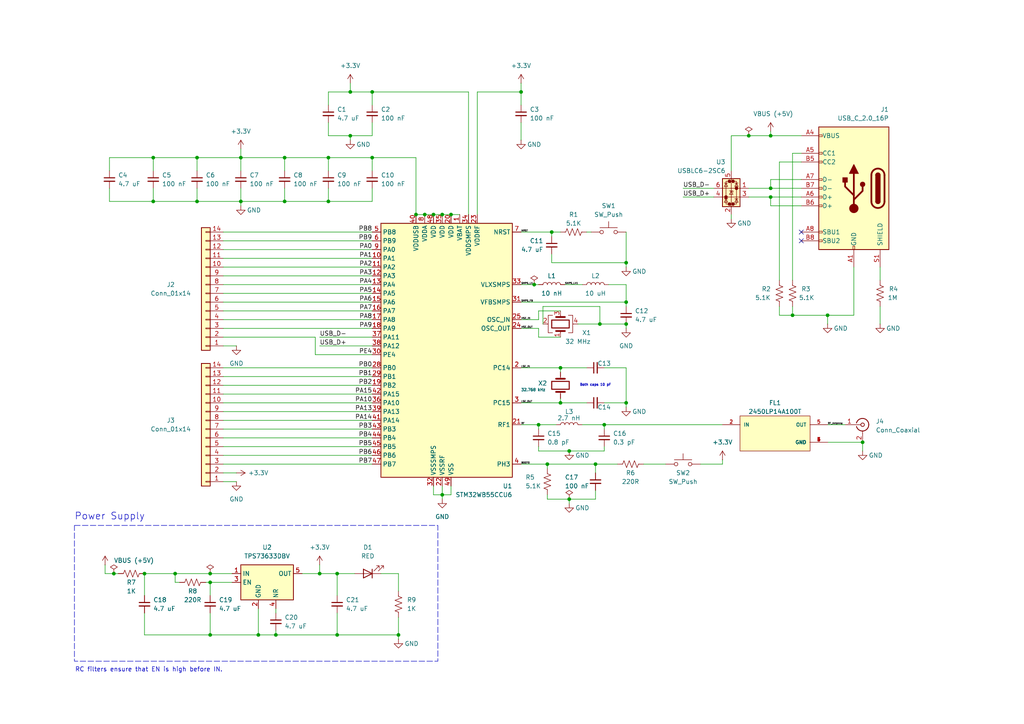
<source format=kicad_sch>
(kicad_sch (version 20231120) (generator "eeschema") (generator_version "8.0")
  (paper "A4")
  (lib_symbols
    (symbol "Connector:Conn_Coaxial" (pin_names (offset 1.016) hide)
      (property "Reference" "J" (at 0.254 3.048 0))
      (property "Value" "Conn_Coaxial" (at 2.921 0 90))
      (symbol "Conn_Coaxial_1_1"
        (pin passive line (at -5.08 0 0) (length 2.54) (name "In") (number "1"))
        (pin passive line (at 0 -5.08 90) (length 2.54) (name "Ext") (number "2"))
      )
    )
    (symbol "Connector:USB_C_Receptacle_USB2.0_16P" (pin_names (offset 1.016))
      (property "Reference" "J" (at 0 22.225 0))
      (property "Value" "USB_C_Receptacle_USB2.0_16P" (at 0 19.685 0))
      (symbol "USB_C_Receptacle_USB2.0_16P_1_1"
        (pin passive line (at 0 -22.86 90) (length 5.08) (name "GND") (number "A1"))
        (pin passive line (at 0 -22.86 90) (length 5.08) hide (name "GND") (number "A12"))
        (pin passive line (at 15.24 15.24 180) (length 5.08) (name "VBUS") (number "A4"))
        (pin bidirectional line (at 15.24 10.16 180) (length 5.08) (name "CC1") (number "A5"))
        (pin bidirectional line (at 15.24 -2.54 180) (length 5.08) (name "D+") (number "A6"))
        (pin bidirectional line (at 15.24 2.54 180) (length 5.08) (name "D-") (number "A7"))
        (pin bidirectional line (at 15.24 -12.7 180) (length 5.08) (name "SBU1") (number "A8"))
        (pin passive line (at 15.24 15.24 180) (length 5.08) hide (name "VBUS") (number "A9"))
        (pin passive line (at 0 -22.86 90) (length 5.08) hide (name "GND") (number "B1"))
        (pin passive line (at 0 -22.86 90) (length 5.08) hide (name "GND") (number "B12"))
        (pin passive line (at 15.24 15.24 180) (length 5.08) hide (name "VBUS") (number "B4"))
        (pin bidirectional line (at 15.24 7.62 180) (length 5.08) (name "CC2") (number "B5"))
        (pin bidirectional line (at 15.24 -5.08 180) (length 5.08) (name "D+") (number "B6"))
        (pin bidirectional line (at 15.24 0 180) (length 5.08) (name "D-") (number "B7"))
        (pin bidirectional line (at 15.24 -15.24 180) (length 5.08) (name "SBU2") (number "B8"))
        (pin passive line (at 15.24 15.24 180) (length 5.08) hide (name "VBUS") (number "B9"))
        (pin passive line (at -7.62 -22.86 90) (length 5.08) (name "SHIELD") (number "S1"))
      )
    )
    (symbol "Connector_Generic:Conn_01x14" (pin_names (offset 1.016) hide)
      (property "Reference" "J" (at 0 17.78 0))
      (property "Value" "Conn_01x14" (at 0 -20.32 0))
      (symbol "Conn_01x14_1_1"
        (pin passive line (at -5.08 15.24 0) (length 3.81) (name "Pin_1") (number "1"))
        (pin passive line (at -5.08 -7.62 0) (length 3.81) (name "Pin_10") (number "10"))
        (pin passive line (at -5.08 -10.16 0) (length 3.81) (name "Pin_11") (number "11"))
        (pin passive line (at -5.08 -12.7 0) (length 3.81) (name "Pin_12") (number "12"))
        (pin passive line (at -5.08 -15.24 0) (length 3.81) (name "Pin_13") (number "13"))
        (pin passive line (at -5.08 -17.78 0) (length 3.81) (name "Pin_14") (number "14"))
        (pin passive line (at -5.08 12.7 0) (length 3.81) (name "Pin_2") (number "2"))
        (pin passive line (at -5.08 10.16 0) (length 3.81) (name "Pin_3") (number "3"))
        (pin passive line (at -5.08 7.62 0) (length 3.81) (name "Pin_4") (number "4"))
        (pin passive line (at -5.08 5.08 0) (length 3.81) (name "Pin_5") (number "5"))
        (pin passive line (at -5.08 2.54 0) (length 3.81) (name "Pin_6") (number "6"))
        (pin passive line (at -5.08 0 0) (length 3.81) (name "Pin_7") (number "7"))
        (pin passive line (at -5.08 -2.54 0) (length 3.81) (name "Pin_8") (number "8"))
        (pin passive line (at -5.08 -5.08 0) (length 3.81) (name "Pin_9") (number "9"))
      )
    )
    (symbol "Device:C_Small" (pin_numbers hide) (pin_names (offset 0.254) hide)
      (property "Reference" "C" (at 0.254 1.778 0))
      (property "Value" "C_Small" (at 0.254 -2.032 0))
      (symbol "C_Small_1_1"
        (pin passive line (at 0 2.54 270) (length 2.032) (name "~") (number "1"))
        (pin passive line (at 0 -2.54 90) (length 2.032) (name "~") (number "2"))
      )
    )
    (symbol "Device:Crystal" (pin_numbers hide) (pin_names (offset 1.016) hide)
      (property "Reference" "Y" (at 0 3.81 0))
      (property "Value" "Crystal" (at 0 -3.81 0))
      (symbol "Crystal_1_1"
        (pin passive line (at -3.81 0 0) (length 1.27) (name "1") (number "1"))
        (pin passive line (at 3.81 0 180) (length 1.27) (name "2") (number "2"))
      )
    )
    (symbol "Device:Crystal_GND24" (pin_names (offset 1.016) hide)
      (property "Reference" "Y" (at 3.175 5.08 0))
      (property "Value" "Crystal_GND24" (at 3.175 3.175 0))
      (symbol "Crystal_GND24_1_1"
        (pin passive line (at -3.81 0 0) (length 1.27) (name "1") (number "1"))
        (pin passive line (at 0 5.08 270) (length 1.27) (name "2") (number "2"))
        (pin passive line (at 3.81 0 180) (length 1.27) (name "3") (number "3"))
        (pin passive line (at 0 -5.08 90) (length 1.27) (name "4") (number "4"))
      )
    )
    (symbol "Device:L" (pin_numbers hide) (pin_names (offset 1.016) hide)
      (property "Reference" "L" (at -1.27 0 90))
      (property "Value" "L" (at 1.905 0 90))
      (symbol "L_1_1"
        (pin passive line (at 0 3.81 270) (length 1.27) (name "1") (number "1"))
        (pin passive line (at 0 -3.81 90) (length 1.27) (name "2") (number "2"))
      )
    )
    (symbol "Device:LED" (pin_numbers hide) (pin_names (offset 1.016) hide)
      (property "Reference" "D" (at 0 2.54 0))
      (property "Value" "LED" (at 0 -2.54 0))
      (symbol "LED_1_1"
        (pin passive line (at -3.81 0 0) (length 2.54) (name "K") (number "1"))
        (pin passive line (at 3.81 0 180) (length 2.54) (name "A") (number "2"))
      )
    )
    (symbol "Device:R_US" (pin_numbers hide) (pin_names (offset 0))
      (property "Reference" "R" (at 2.54 0 90))
      (property "Value" "R_US" (at -2.54 0 90))
      (symbol "R_US_1_1"
        (pin passive line (at 0 3.81 270) (length 1.27) (name "~") (number "1"))
        (pin passive line (at 0 -3.81 90) (length 1.27) (name "~") (number "2"))
      )
    )
    (symbol "MCU_ST_STM32WB:STM32WB55CCUx"
      (property "Reference" "U1" (at -17.78 -38.1 0))
      (property "Value" "STM32WB55CCU6" (at -17.78 -40.64 0))
      (symbol "STM32WB55CCUx_1_1"
        (pin power_in line (at -2.54 40.64 270) (length 2.54) (name "VBAT") (number "1"))
        (pin bidirectional line (at 22.86 27.94 180) (length 2.54) (name "PA1") (number "10"))
        (pin bidirectional line (at 22.86 25.4 180) (length 2.54) (name "PA2") (number "11"))
        (pin bidirectional line (at 22.86 22.86 180) (length 2.54) (name "PA3") (number "12"))
        (pin bidirectional line (at 22.86 20.32 180) (length 2.54) (name "PA4") (number "13"))
        (pin bidirectional line (at 22.86 17.78 180) (length 2.54) (name "PA5") (number "14"))
        (pin bidirectional line (at 22.86 15.24 180) (length 2.54) (name "PA6") (number "15"))
        (pin bidirectional line (at 22.86 12.7 180) (length 2.54) (name "PA7") (number "16"))
        (pin bidirectional line (at 22.86 10.16 180) (length 2.54) (name "PA8") (number "17"))
        (pin bidirectional line (at 22.86 7.62 180) (length 2.54) (name "PA9") (number "18"))
        (pin bidirectional line (at 22.86 -8.89 180) (length 2.54) (name "PB2") (number "19"))
        (pin bidirectional line (at -20.32 -3.81 0) (length 2.54) (name "PC14") (number "2"))
        (pin power_in line (at 0 40.64 270) (length 2.54) (name "VDD") (number "20"))
        (pin bidirectional line (at -20.32 -20.32 0) (length 2.54) (name "RF1") (number "21"))
        (pin power_in line (at 2.54 -38.1 90) (length 2.54) (name "VSSRF") (number "22"))
        (pin power_in line (at -7.62 40.64 270) (length 2.54) (name "VDDRF") (number "23"))
        (pin input line (at -20.32 7.62 0) (length 2.54) (name "OSC_OUT") (number "24"))
        (pin input line (at -20.32 10.16 0) (length 2.54) (name "OSC_IN") (number "25"))
        (pin no_connect line (at -17.78 -35.56 0) (length 2.54) hide (name "AT0") (number "26"))
        (pin no_connect line (at -17.78 -33.02 0) (length 2.54) hide (name "AT1") (number "27"))
        (pin bidirectional line (at 22.86 -3.81 180) (length 2.54) (name "PB0") (number "28"))
        (pin bidirectional line (at 22.86 -6.35 180) (length 2.54) (name "PB1") (number "29"))
        (pin bidirectional line (at -20.32 -13.97 0) (length 2.54) (name "PC15") (number "3"))
        (pin bidirectional line (at 22.86 0 180) (length 2.54) (name "PE4") (number "30"))
        (pin input line (at -20.32 15.24 0) (length 2.54) (name "VFBSMPS") (number "31"))
        (pin power_in line (at 5.08 -38.1 90) (length 2.54) (name "VSSSMPS") (number "32"))
        (pin power_in line (at -20.32 20.32 0) (length 2.54) (name "VLXSMPS") (number "33"))
        (pin power_in line (at -5.08 40.64 270) (length 2.54) (name "VDDSMPS") (number "34"))
        (pin power_in line (at 2.54 40.64 270) (length 2.54) (name "VDD") (number "35"))
        (pin bidirectional line (at 22.86 -13.97 180) (length 2.54) (name "PA10") (number "36"))
        (pin bidirectional line (at 22.86 5.08 180) (length 2.54) (name "PA11") (number "37"))
        (pin bidirectional line (at 22.86 2.54 180) (length 2.54) (name "PA12") (number "38"))
        (pin bidirectional line (at 22.86 -16.51 180) (length 2.54) (name "PA13") (number "39"))
        (pin bidirectional line (at -20.32 -31.75 0) (length 2.54) (name "PH3") (number "4"))
        (pin power_in line (at 10.16 40.64 270) (length 2.54) (name "VDDUSB") (number "40"))
        (pin bidirectional line (at 22.86 -19.05 180) (length 2.54) (name "PA14") (number "41"))
        (pin bidirectional line (at 22.86 -11.43 180) (length 2.54) (name "PA15") (number "42"))
        (pin bidirectional line (at 22.86 -21.59 180) (length 2.54) (name "PB3") (number "43"))
        (pin bidirectional line (at 22.86 -24.13 180) (length 2.54) (name "PB4") (number "44"))
        (pin bidirectional line (at 22.86 -26.67 180) (length 2.54) (name "PB5") (number "45"))
        (pin bidirectional line (at 22.86 -29.21 180) (length 2.54) (name "PB6") (number "46"))
        (pin bidirectional line (at 22.86 -31.75 180) (length 2.54) (name "PB7") (number "47"))
        (pin power_in line (at 5.08 40.64 270) (length 2.54) (name "VDD") (number "48"))
        (pin power_in line (at 0 -38.1 90) (length 2.54) (name "VSS") (number "49"))
        (pin bidirectional line (at 22.86 35.56 180) (length 2.54) (name "PB8") (number "5"))
        (pin bidirectional line (at 22.86 33.02 180) (length 2.54) (name "PB9") (number "6"))
        (pin input line (at -20.32 35.56 0) (length 2.54) (name "NRST") (number "7"))
        (pin power_in line (at 7.62 40.64 270) (length 2.54) (name "VDDA") (number "8"))
        (pin bidirectional line (at 22.86 30.48 180) (length 2.54) (name "PA0") (number "9"))
      )
    )
    (symbol "Power_Protection:USBLC6-2SC6" (pin_names hide)
      (property "Reference" "U" (at 0.635 5.715 0))
      (property "Value" "USBLC6-2SC6" (at 0.635 3.81 0))
      (symbol "USBLC6-2SC6_1_1"
        (pin passive line (at -5.08 0 0) (length 2.54) (name "I/O1") (number "1"))
        (pin passive line (at 0 -7.62 90) (length 2.54) (name "GND") (number "2"))
        (pin passive line (at -5.08 -2.54 0) (length 2.54) (name "I/O2") (number "3"))
        (pin passive line (at 5.08 -2.54 180) (length 2.54) (name "I/O2") (number "4"))
        (pin passive line (at 0 5.08 270) (length 2.54) (name "VBUS") (number "5"))
        (pin passive line (at 5.08 0 180) (length 2.54) (name "I/O1") (number "6"))
      )
    )
    (symbol "Regulator_Linear:TPS73633DBV"
      (property "Reference" "U?" (at 0 10.16 0))
      (property "Value" "TPS73633DBV" (at 0 7.62 0))
      (symbol "TPS73633DBV_1_1"
        (pin power_in line (at -10.16 2.54 0) (length 2.54) (name "IN") (number "1"))
        (pin power_in line (at -2.54 -7.62 90) (length 2.54) (name "GND") (number "2"))
        (pin input line (at -10.16 0 0) (length 2.54) (name "EN") (number "3"))
        (pin passive line (at 2.54 -7.62 90) (length 2.54) (name "NR") (number "4"))
        (pin power_out line (at 10.16 2.54 180) (length 2.54) (name "OUT") (number "5"))
      )
    )
    (symbol "Switch:SW_Push" (pin_numbers hide) (pin_names (offset 1.016) hide)
      (property "Reference" "SW" (at 1.27 2.54 0))
      (property "Value" "SW_Push" (at 0 -1.524 0))
      (symbol "SW_Push_0_1"
        (pin passive line (at -5.08 0 0) (length 2.54) (name "1") (number "1"))
        (pin passive line (at 5.08 0 180) (length 2.54) (name "2") (number "2"))
      )
    )
    (symbol "power:+3.3V" (power) (pin_numbers hide) (pin_names (offset 0) hide)
      (property "Value" "+3.3V" (at 0 3.556 0))
      (symbol "+3.3V_1_1"
        (pin power_in line (at 0 0 90) (length 0) (name "~") (number "1"))
      )
    )
    (symbol "power:GND" (power) (pin_numbers hide) (pin_names (offset 0) hide)
      (property "Value" "GND" (at 0 -3.81 0))
      (symbol "GND_1_1"
        (pin power_in line (at 0 0 270) (length 0) (name "~") (number "1"))
      )
    )
    (symbol "power:PWR_FLAG" (power) (pin_numbers hide) (pin_names (offset 0) hide)
      (property "Value" "PWR_FLAG" (at 0 3.81 0))
      (symbol "PWR_FLAG_0_0"
        (pin power_out line (at 0 0 90) (length 0) (name "~") (number "1"))
      )
    )
    (symbol "power:VBUS" (power) (pin_numbers hide) (pin_names (offset 0) hide)
      (property "Value" "VBUS" (at 0 3.556 0))
      (symbol "VBUS_1_1"
        (pin power_in line (at 0 0 90) (length 0) (name "~") (number "1"))
      )
    )
    (symbol "proj:2450LP14A100T" (pin_names (offset 1.016))
      (property "Reference" "F?" (at 0 -6.35 0))
      (property "Value" "2450LP14A100T" (at 0 -8.89 0))
      (symbol "2450LP14A100T_0_0"
        (pin power_in line (at 15.24 -2.54 180) (length 5.08) (name "GND") (number "1"))
        (pin input line (at -15.24 2.54 0) (length 5.08) (name "IN") (number "2"))
        (pin power_in line (at 15.24 -2.54 180) (length 5.08) (name "GND") (number "3"))
        (pin power_in line (at 15.24 -2.54 180) (length 5.08) (name "GND") (number "4"))
        (pin output line (at 15.24 2.54 180) (length 5.08) (name "OUT") (number "5"))
        (pin power_in line (at 15.24 -2.54 180) (length 5.08) (name "GND") (number "6"))
      )
    )
  )
  (junction (at 181.61 87.63))
  (junction (at 128.27 143.51))
  (junction (at 97.79 166.37))
  (junction (at 120.65 62.23))
  (junction (at 165.1 130.81))
  (junction (at 240.03 91.44))
  (junction (at 60.96 184.15))
  (junction (at 74.93 184.15))
  (junction (at 128.27 62.23))
  (junction (at 154.94 82.55))
  (junction (at 151.13 26.67))
  (junction (at 97.79 184.15))
  (junction (at 130.81 62.23))
  (junction (at 41.91 166.37))
  (junction (at 92.71 166.37))
  (junction (at 158.75 134.62))
  (junction (at 107.95 45.72))
  (junction (at 60.96 168.91))
  (junction (at 57.15 45.72))
  (junction (at 95.25 45.72))
  (junction (at 181.61 76.2))
  (junction (at 60.96 166.37))
  (junction (at 250.19 128.27))
  (junction (at 107.95 26.67))
  (junction (at 115.57 184.15))
  (junction (at 101.6 39.37))
  (junction (at 101.6 26.67))
  (junction (at 172.72 134.62))
  (junction (at 223.52 57.15))
  (junction (at 44.45 45.72))
  (junction (at 175.26 123.19))
  (junction (at 223.52 39.37))
  (junction (at 33.02 166.37))
  (junction (at 125.73 62.23))
  (junction (at 50.8 166.37))
  (junction (at 181.61 116.84))
  (junction (at 82.55 58.42))
  (junction (at 217.17 39.37))
  (junction (at 160.02 67.31))
  (junction (at 44.45 58.42))
  (junction (at 162.56 106.68))
  (junction (at 165.1 144.78))
  (junction (at 82.55 45.72))
  (junction (at 156.21 123.19))
  (junction (at 181.61 93.98))
  (junction (at 95.25 58.42))
  (junction (at 123.19 62.23))
  (junction (at 57.15 58.42))
  (junction (at 80.01 184.15))
  (junction (at 223.52 54.61))
  (junction (at 69.85 58.42))
  (junction (at 69.85 45.72))
  (junction (at 162.56 116.84))
  (junction (at 229.87 91.44))
  (junction (at 173.99 93.98))
  (no_connect (at 232.41 69.85))
  (no_connect (at 232.41 67.31))
  (wire (pts (xy 92.71 166.37) (xy 97.79 166.37)))
  (wire (pts (xy 95.25 35.56) (xy 95.25 39.37)))
  (wire (pts (xy 92.71 166.37) (xy 87.63 166.37)))
  (wire (pts (xy 64.77 119.38) (xy 107.95 119.38)))
  (wire (pts (xy 97.79 166.37) (xy 102.87 166.37)))
  (wire (pts (xy 31.75 45.72) (xy 31.75 49.53)))
  (wire (pts (xy 151.13 26.67) (xy 151.13 30.48)))
  (wire (pts (xy 64.77 74.93) (xy 107.95 74.93)))
  (wire (pts (xy 95.25 45.72) (xy 107.95 45.72)))
  (wire (pts (xy 64.77 116.84) (xy 107.95 116.84)))
  (wire (pts (xy 172.72 144.78) (xy 172.72 142.24)))
  (wire (pts (xy 69.85 58.42) (xy 82.55 58.42)))
  (wire (pts (xy 151.13 116.84) (xy 162.56 116.84)))
  (wire (pts (xy 91.44 102.87) (xy 91.44 97.79)))
  (wire (pts (xy 97.79 172.72) (xy 97.79 166.37)))
  (wire (pts (xy 64.77 114.3) (xy 107.95 114.3)))
  (wire (pts (xy 59.69 168.91) (xy 60.96 168.91)))
  (wire (pts (xy 82.55 45.72) (xy 82.55 49.53)))
  (wire (pts (xy 82.55 58.42) (xy 82.55 54.61)))
  (wire (pts (xy 181.61 93.98) (xy 181.61 95.25)))
  (wire (pts (xy 64.77 85.09) (xy 107.95 85.09)))
  (wire (pts (xy 64.77 129.54) (xy 107.95 129.54)))
  (wire (pts (xy 240.03 91.44) (xy 247.65 91.44)))
  (wire (pts (xy 163.83 82.55) (xy 168.91 82.55)))
  (wire (pts (xy 198.12 54.61) (xy 207.01 54.61)))
  (wire (pts (xy 160.02 67.31) (xy 162.56 67.31)))
  (wire (pts (xy 170.18 106.68) (xy 162.56 106.68)))
  (wire (pts (xy 44.45 45.72) (xy 44.45 49.53)))
  (wire (pts (xy 135.89 26.67) (xy 135.89 62.23)))
  (wire (pts (xy 95.25 58.42) (xy 95.25 54.61)))
  (wire (pts (xy 158.75 134.62) (xy 172.72 134.62)))
  (wire (pts (xy 165.1 130.81) (xy 175.26 130.81)))
  (wire (pts (xy 60.96 168.91) (xy 60.96 172.72)))
  (wire (pts (xy 57.15 45.72) (xy 69.85 45.72)))
  (wire (pts (xy 101.6 39.37) (xy 101.6 40.64)))
  (wire (pts (xy 64.77 137.16) (xy 68.58 137.16)))
  (wire (pts (xy 229.87 91.44) (xy 226.06 91.44)))
  (wire (pts (xy 151.13 92.71) (xy 156.21 92.71)))
  (wire (pts (xy 91.44 97.79) (xy 64.77 97.79)))
  (wire (pts (xy 156.21 123.19) (xy 156.21 124.46)))
  (wire (pts (xy 151.13 106.68) (xy 162.56 106.68)))
  (wire (pts (xy 209.55 133.35) (xy 209.55 134.62)))
  (wire (pts (xy 69.85 45.72) (xy 82.55 45.72)))
  (wire (pts (xy 69.85 58.42) (xy 69.85 59.69)))
  (wire (pts (xy 60.96 168.91) (xy 67.31 168.91)))
  (wire (pts (xy 240.03 128.27) (xy 250.19 128.27)))
  (wire (pts (xy 44.45 58.42) (xy 44.45 54.61)))
  (wire (pts (xy 80.01 176.53) (xy 80.01 177.8)))
  (wire (pts (xy 229.87 44.45) (xy 229.87 81.28)))
  (wire (pts (xy 181.61 76.2) (xy 181.61 67.31)))
  (wire (pts (xy 151.13 35.56) (xy 151.13 40.64)))
  (wire (pts (xy 154.94 82.55) (xy 156.21 82.55)))
  (wire (pts (xy 203.2 134.62) (xy 209.55 134.62)))
  (wire (pts (xy 217.17 39.37) (xy 212.09 39.37)))
  (wire (pts (xy 181.61 82.55) (xy 181.61 87.63)))
  (wire (pts (xy 115.57 179.07) (xy 115.57 184.15)))
  (wire (pts (xy 160.02 67.31) (xy 160.02 68.58)))
  (wire (pts (xy 172.72 134.62) (xy 179.07 134.62)))
  (wire (pts (xy 232.41 59.69) (xy 223.52 59.69)))
  (wire (pts (xy 181.61 116.84) (xy 175.26 116.84)))
  (wire (pts (xy 31.75 58.42) (xy 44.45 58.42)))
  (wire (pts (xy 101.6 24.13) (xy 101.6 26.67)))
  (wire (pts (xy 64.77 111.76) (xy 107.95 111.76)))
  (wire (pts (xy 31.75 45.72) (xy 44.45 45.72)))
  (wire (pts (xy 80.01 184.15) (xy 80.01 182.88)))
  (wire (pts (xy 156.21 90.17) (xy 162.56 90.17)))
  (wire (pts (xy 160.02 76.2) (xy 181.61 76.2)))
  (wire (pts (xy 223.52 57.15) (xy 232.41 57.15)))
  (wire (pts (xy 247.65 77.47) (xy 247.65 91.44)))
  (wire (pts (xy 64.77 109.22) (xy 107.95 109.22)))
  (wire (pts (xy 232.41 52.07) (xy 223.52 52.07)))
  (wire (pts (xy 64.77 87.63) (xy 107.95 87.63)))
  (wire (pts (xy 151.13 82.55) (xy 154.94 82.55)))
  (wire (pts (xy 64.77 124.46) (xy 107.95 124.46)))
  (wire (pts (xy 64.77 67.31) (xy 107.95 67.31)))
  (wire (pts (xy 107.95 35.56) (xy 107.95 39.37)))
  (wire (pts (xy 107.95 30.48) (xy 107.95 26.67)))
  (wire (pts (xy 128.27 62.23) (xy 130.81 62.23)))
  (wire (pts (xy 240.03 91.44) (xy 229.87 91.44)))
  (wire (pts (xy 138.43 26.67) (xy 138.43 62.23)))
  (wire (pts (xy 64.77 90.17) (xy 107.95 90.17)))
  (wire (pts (xy 173.99 88.9) (xy 173.99 93.98)))
  (wire (pts (xy 60.96 184.15) (xy 74.93 184.15)))
  (wire (pts (xy 156.21 95.25) (xy 156.21 97.79)))
  (wire (pts (xy 158.75 143.51) (xy 158.75 144.78)))
  (wire (pts (xy 125.73 140.97) (xy 125.73 143.51)))
  (wire (pts (xy 95.25 58.42) (xy 107.95 58.42)))
  (wire (pts (xy 175.26 129.54) (xy 175.26 130.81)))
  (wire (pts (xy 223.52 38.1) (xy 223.52 39.37)))
  (wire (pts (xy 130.81 140.97) (xy 130.81 143.51)))
  (wire (pts (xy 223.52 52.07) (xy 223.52 54.61)))
  (wire (pts (xy 167.64 93.98) (xy 173.99 93.98)))
  (wire (pts (xy 157.48 93.98) (xy 157.48 88.9)))
  (wire (pts (xy 30.48 166.37) (xy 33.02 166.37)))
  (wire (pts (xy 64.77 69.85) (xy 107.95 69.85)))
  (wire (pts (xy 64.77 121.92) (xy 107.95 121.92)))
  (wire (pts (xy 115.57 166.37) (xy 115.57 171.45)))
  (wire (pts (xy 101.6 26.67) (xy 95.25 26.67)))
  (wire (pts (xy 64.77 127) (xy 107.95 127)))
  (wire (pts (xy 156.21 130.81) (xy 165.1 130.81)))
  (wire (pts (xy 151.13 134.62) (xy 158.75 134.62)))
  (wire (pts (xy 60.96 177.8) (xy 60.96 184.15)))
  (wire (pts (xy 64.77 132.08) (xy 107.95 132.08)))
  (wire (pts (xy 82.55 58.42) (xy 95.25 58.42)))
  (wire (pts (xy 128.27 143.51) (xy 128.27 144.78)))
  (wire (pts (xy 91.44 102.87) (xy 107.95 102.87)))
  (wire (pts (xy 64.77 72.39) (xy 107.95 72.39)))
  (wire (pts (xy 138.43 26.67) (xy 151.13 26.67)))
  (wire (pts (xy 173.99 93.98) (xy 181.61 93.98)))
  (wire (pts (xy 44.45 45.72) (xy 57.15 45.72)))
  (wire (pts (xy 92.71 97.79) (xy 107.95 97.79)))
  (wire (pts (xy 175.26 123.19) (xy 209.55 123.19)))
  (wire (pts (xy 120.65 62.23) (xy 123.19 62.23)))
  (wire (pts (xy 107.95 26.67) (xy 101.6 26.67)))
  (wire (pts (xy 64.77 82.55) (xy 107.95 82.55)))
  (wire (pts (xy 223.52 59.69) (xy 223.52 57.15)))
  (wire (pts (xy 158.75 135.89) (xy 158.75 134.62)))
  (wire (pts (xy 151.13 87.63) (xy 181.61 87.63)))
  (wire (pts (xy 101.6 39.37) (xy 95.25 39.37)))
  (wire (pts (xy 64.77 139.7) (xy 68.58 139.7)))
  (wire (pts (xy 41.91 184.15) (xy 60.96 184.15)))
  (wire (pts (xy 30.48 166.37) (xy 30.48 163.83)))
  (wire (pts (xy 92.71 163.83) (xy 92.71 166.37)))
  (wire (pts (xy 74.93 176.53) (xy 74.93 184.15)))
  (wire (pts (xy 107.95 45.72) (xy 120.65 45.72)))
  (wire (pts (xy 57.15 58.42) (xy 57.15 54.61)))
  (wire (pts (xy 60.96 166.37) (xy 67.31 166.37)))
  (wire (pts (xy 186.69 134.62) (xy 193.04 134.62)))
  (wire (pts (xy 151.13 95.25) (xy 156.21 95.25)))
  (wire (pts (xy 162.56 106.68) (xy 162.56 107.95)))
  (wire (pts (xy 250.19 128.27) (xy 250.19 130.81)))
  (wire (pts (xy 125.73 143.51) (xy 128.27 143.51)))
  (wire (pts (xy 156.21 129.54) (xy 156.21 130.81)))
  (wire (pts (xy 64.77 106.68) (xy 107.95 106.68)))
  (wire (pts (xy 74.93 184.15) (xy 80.01 184.15)))
  (wire (pts (xy 50.8 168.91) (xy 52.07 168.91)))
  (wire (pts (xy 226.06 46.99) (xy 226.06 81.28)))
  (wire (pts (xy 95.25 26.67) (xy 95.25 30.48)))
  (wire (pts (xy 232.41 39.37) (xy 223.52 39.37)))
  (wire (pts (xy 107.95 45.72) (xy 107.95 49.53)))
  (wire (pts (xy 212.09 62.23) (xy 212.09 63.5)))
  (wire (pts (xy 223.52 54.61) (xy 217.17 54.61)))
  (wire (pts (xy 107.95 26.67) (xy 135.89 26.67)))
  (wire (pts (xy 172.72 134.62) (xy 172.72 137.16)))
  (wire (pts (xy 92.71 100.33) (xy 107.95 100.33)))
  (wire (pts (xy 170.18 67.31) (xy 171.45 67.31)))
  (wire (pts (xy 57.15 58.42) (xy 69.85 58.42)))
  (wire (pts (xy 95.25 45.72) (xy 95.25 49.53)))
  (wire (pts (xy 255.27 88.9) (xy 255.27 93.98)))
  (wire (pts (xy 157.48 88.9) (xy 173.99 88.9)))
  (wire (pts (xy 110.49 166.37) (xy 115.57 166.37)))
  (wire (pts (xy 115.57 185.42) (xy 115.57 184.15)))
  (wire (pts (xy 64.77 100.33) (xy 68.58 100.33)))
  (wire (pts (xy 151.13 67.31) (xy 160.02 67.31)))
  (wire (pts (xy 82.55 45.72) (xy 95.25 45.72)))
  (wire (pts (xy 156.21 92.71) (xy 156.21 90.17)))
  (wire (pts (xy 41.91 166.37) (xy 41.91 172.72)))
  (wire (pts (xy 130.81 62.23) (xy 133.35 62.23)))
  (wire (pts (xy 223.52 54.61) (xy 232.41 54.61)))
  (wire (pts (xy 123.19 62.23) (xy 125.73 62.23)))
  (wire (pts (xy 107.95 39.37) (xy 101.6 39.37)))
  (wire (pts (xy 181.61 87.63) (xy 181.61 88.9)))
  (wire (pts (xy 64.77 95.25) (xy 107.95 95.25)))
  (wire (pts (xy 165.1 146.05) (xy 165.1 144.78)))
  (wire (pts (xy 181.61 106.68) (xy 181.61 116.84)))
  (wire (pts (xy 160.02 73.66) (xy 160.02 76.2)))
  (wire (pts (xy 156.21 123.19) (xy 161.29 123.19)))
  (wire (pts (xy 232.41 46.99) (xy 226.06 46.99)))
  (wire (pts (xy 115.57 184.15) (xy 97.79 184.15)))
  (wire (pts (xy 162.56 116.84) (xy 162.56 115.57)))
  (wire (pts (xy 232.41 44.45) (xy 229.87 44.45)))
  (wire (pts (xy 64.77 134.62) (xy 107.95 134.62)))
  (wire (pts (xy 125.73 62.23) (xy 128.27 62.23)))
  (wire (pts (xy 31.75 58.42) (xy 31.75 54.61)))
  (wire (pts (xy 130.81 143.51) (xy 128.27 143.51)))
  (wire (pts (xy 69.85 43.18) (xy 69.85 45.72)))
  (wire (pts (xy 41.91 177.8) (xy 41.91 184.15)))
  (wire (pts (xy 107.95 58.42) (xy 107.95 54.61)))
  (wire (pts (xy 223.52 39.37) (xy 217.17 39.37)))
  (wire (pts (xy 181.61 76.2) (xy 181.61 77.47)))
  (wire (pts (xy 170.18 116.84) (xy 162.56 116.84)))
  (wire (pts (xy 223.52 57.15) (xy 217.17 57.15)))
  (wire (pts (xy 181.61 116.84) (xy 181.61 118.11)))
  (wire (pts (xy 240.03 91.44) (xy 240.03 93.98)))
  (wire (pts (xy 151.13 26.67) (xy 151.13 24.13)))
  (wire (pts (xy 255.27 77.47) (xy 255.27 81.28)))
  (wire (pts (xy 69.85 45.72) (xy 69.85 49.53)))
  (wire (pts (xy 226.06 91.44) (xy 226.06 88.9)))
  (wire (pts (xy 212.09 39.37) (xy 212.09 49.53)))
  (wire (pts (xy 64.77 77.47) (xy 107.95 77.47)))
  (wire (pts (xy 97.79 177.8) (xy 97.79 184.15)))
  (wire (pts (xy 97.79 184.15) (xy 80.01 184.15)))
  (wire (pts (xy 168.91 123.19) (xy 175.26 123.19)))
  (wire (pts (xy 240.03 123.19) (xy 245.11 123.19)))
  (wire (pts (xy 198.12 57.15) (xy 207.01 57.15)))
  (wire (pts (xy 33.02 166.37) (xy 34.29 166.37)))
  (wire (pts (xy 151.13 123.19) (xy 156.21 123.19)))
  (wire (pts (xy 176.53 82.55) (xy 181.61 82.55)))
  (wire (pts (xy 50.8 166.37) (xy 50.8 168.91)))
  (wire (pts (xy 156.21 97.79) (xy 162.56 97.79)))
  (wire (pts (xy 175.26 124.46) (xy 175.26 123.19)))
  (wire (pts (xy 165.1 144.78) (xy 172.72 144.78)))
  (wire (pts (xy 128.27 140.97) (xy 128.27 143.51)))
  (wire (pts (xy 57.15 45.72) (xy 57.15 49.53)))
  (wire (pts (xy 158.75 144.78) (xy 165.1 144.78)))
  (wire (pts (xy 44.45 58.42) (xy 57.15 58.42)))
  (wire (pts (xy 50.8 166.37) (xy 60.96 166.37)))
  (wire (pts (xy 41.91 166.37) (xy 50.8 166.37)))
  (wire (pts (xy 64.77 92.71) (xy 107.95 92.71)))
  (wire (pts (xy 69.85 58.42) (xy 69.85 54.61)))
  (wire (pts (xy 64.77 80.01) (xy 107.95 80.01)))
  (wire (pts (xy 229.87 91.44) (xy 229.87 88.9)))
  (wire (pts (xy 175.26 106.68) (xy 181.61 106.68)))
  (wire (pts (xy 120.65 45.72) (xy 120.65 62.23)))
  (rectangle (start 21.59 152.4) (end 127 191.77) (stroke (width 0) (type dash)))
  (text "Both caps 10 pF" (at 172.72 111.76 0) (effects (font (size 0.7 0.7))))
  (text "RC filters ensure that EN is high before IN." (at 43.18 194.31 0) (effects (font (size 1.27 1.27))))
  (text "Power Supply" (at 21.59 149.86 0) (effects (font (size 2 2)) (justify left)))
  (label "SMPS_LX1" (at 163.83 82.55 0) (effects (font (size 0.5 0.5))))
  (label "PB3" (at 107.95 124.46 180))
  (label "PB4" (at 107.95 127 180))
  (label "LSE_IN" (at 151.13 106.68 0) (effects (font (size 0.5 0.5))))
  (label "USB_D+" (at 92.71 100.33 0))
  (label "SMPS_FB" (at 151.13 87.63 0) (effects (font (size 0.5 0.5))))
  (label "BOOT0" (at 151.13 134.62 0) (effects (font (size 0.5 0.5))))
  (label "PA15" (at 107.95 114.3 180))
  (label "NRST" (at 151.13 67.31 0) (effects (font (size 0.5 0.5))))
  (label "PA2" (at 107.95 77.47 180))
  (label "PA0" (at 107.95 72.39 180))
  (label "PB9" (at 107.95 69.85 180))
  (label "LSE_OUT" (at 151.13 116.84 0) (effects (font (size 0.5 0.5))))
  (label "USB_D-" (at 92.71 97.79 0))
  (label "HSE_IN" (at 151.13 92.71 0) (effects (font (size 0.5 0.5))))
  (label "PA4" (at 107.95 82.55 180))
  (label "PA13" (at 107.95 119.38 180))
  (label "HSE_OUT" (at 151.13 95.25 0) (effects (font (size 0.5 0.5))))
  (label "PA9" (at 107.95 95.25 180))
  (label "PA8" (at 107.95 92.71 180))
  (label "PA14" (at 107.95 121.92 180))
  (label "PB6" (at 107.95 132.08 180))
  (label "USB_D-" (at 198.12 54.61 0))
  (label "PA6" (at 107.95 87.63 180))
  (label "PB7" (at 107.95 134.62 180))
  (label "SMPS_LX" (at 151.13 82.55 0) (effects (font (size 0.5 0.5))))
  (label "PE4" (at 107.95 102.87 180))
  (label "PB1" (at 107.95 109.22 180))
  (label "RF_Antenna" (at 240.03 123.19 0) (effects (font (size 0.5 0.5))))
  (label "PB0" (at 107.95 106.68 180))
  (label "RF" (at 151.13 123.19 0) (effects (font (size 0.5 0.5))))
  (label "USB_D+" (at 198.12 57.15 0))
  (label "PA1" (at 107.95 74.93 180))
  (label "PA10" (at 107.95 116.84 180))
  (label "PB5" (at 107.95 129.54 180))
  (label "PB2" (at 107.95 111.76 180))
  (label "PB8" (at 107.95 67.31 180))
  (label "PA7" (at 107.95 90.17 180))
  (label "PA5" (at 107.95 85.09 180))
  (label "PA3" (at 107.95 80.01 180))
  (symbol (lib_id "Device:C_Small") (at 160.02 71.12 0) (unit 1)
    (property "Reference" "C11" (at 153.67 69.85 0) (effects (justify left)))
    (property "Value" "4.7 uF" (at 151.13 72.39 0) (effects (justify left)))
    (property "Footprint" "Capacitor_SMD:C_0805_2012Metric" (effects (hide yes)))
    (property "Description" "Unpolarized capacitor, small symbol" (effects (hide yes)))
  )
  (symbol (lib_id "power:GND") (at 165.1 146.05 0) (unit 1)
    (property "Reference" "#PWR0101" (effects (hide yes)))
    (property "Value" "GND" (at 168.91 147.32 0))
    (property "Description" "Power symbol creates a global label with name \"GND\" , ground" (effects (hide yes)))
  )
  (symbol (lib_id "Device:R_US") (at 255.27 85.09 0) (unit 1)
    (property "Reference" "R4" (at 257.81 83.82 0) (effects (justify left)))
    (property "Value" "1M" (at 260.35 86.36 0) (effects (justify right)))
    (property "Footprint" "Resistor_SMD:R_0805_2012Metric" (effects (hide yes)))
    (property "Description" "Resistor, US symbol" (effects (hide yes)))
  )
  (symbol (lib_id "power:PWR_FLAG") (at 165.1 144.78 0) (unit 1)
    (property "Reference" "#FLG03" (effects (hide yes)))
    (property "Value" "PWR_FLAG" (effects (hide yes)))
    (property "Description" "Special symbol for telling ERC where power comes from" (effects (hide yes)))
  )
  (symbol (lib_id "Device:L") (at 160.02 82.55 90) (unit 1)
    (property "Reference" "L1" (at 160.02 80.01 90))
    (property "Value" "10 nH" (at 160.02 85.09 90))
    (property "Footprint" "Inductor_SMD:L_0805_2012Metric" (effects (hide yes)))
    (property "Description" "Inductor" (effects (hide yes)))
  )
  (symbol (lib_id "Device:C_Small") (at 69.85 52.07 0) (unit 1)
    (property "Reference" "C7" (at 72.39 50.8 0) (effects (justify left)))
    (property "Value" "100 nF" (at 72.39 53.3462 0) (effects (justify left)))
    (property "Footprint" "Capacitor_SMD:C_0805_2012Metric" (effects (hide yes)))
    (property "Description" "Unpolarized capacitor, small symbol" (effects (hide yes)))
  )
  (symbol (lib_id "Device:C_Small") (at 175.26 127 0) (unit 1)
    (property "Reference" "C16" (at 177.8 125.73 0) (effects (justify left)))
    (property "Value" "0.3 pF" (at 177.8 128.2762 0) (effects (justify left)))
    (property "Footprint" "Capacitor_SMD:C_0201_0603Metric_Pad0.64x0.40mm_HandSolder" (effects (hide yes)))
    (property "Description" "Unpolarized capacitor, small symbol" (effects (hide yes)))
  )
  (symbol (lib_id "power:VBUS") (at 30.48 163.83 0) (unit 1)
    (property "Reference" "#PWR0115" (effects (hide yes)))
    (property "Value" "VBUS (+5V)" (at 33.02 162.5599 0) (effects (justify left)))
    (property "Description" "Power symbol creates a global label with name \"VBUS\"" (effects (hide yes)))
  )
  (symbol (lib_id "power:GND") (at 255.27 93.98 0) (mirror y) (unit 1)
    (property "Reference" "#PWR01" (effects (hide yes)))
    (property "Value" "GND" (at 259.08 95.25 0))
    (property "Description" "Power symbol creates a global label with name \"GND\" , ground" (effects (hide yes)))
  )
  (symbol (lib_id "power:GND") (at 181.61 77.47 0) (unit 1)
    (property "Reference" "#PWR0110" (effects (hide yes)))
    (property "Value" "GND" (at 185.42 78.74 0))
    (property "Description" "Power symbol creates a global label with name \"GND\" , ground" (effects (hide yes)))
  )
  (symbol (lib_id "Device:Crystal") (at 162.56 111.76 90) (unit 1)
    (property "Reference" "X2" (at 158.6987 111.1614 90) (effects (justify left)))
    (property "Value" "32.768 kHz" (at 151.13 113.03 90) (effects (font (size 0.8 0.8)) (justify right)))
    (property "Footprint" "Crystal:Crystal_SMD_3215-2Pin_3.2x1.5mm" (effects (hide yes)))
    (property "Description" "Two pin crystal" (effects (hide yes)))
  )
  (symbol (lib_id "Device:L") (at 165.1 123.19 90) (unit 1)
    (property "Reference" "L3" (at 165.1 119.38 90))
    (property "Value" "2.7 nH" (at 165.0038 121.2486 90))
    (property "Footprint" "Inductor_SMD:L_0402_1005Metric" (effects (hide yes)))
    (property "Description" "Inductor" (effects (hide yes)))
  )
  (symbol (lib_id "Connector:Conn_Coaxial") (at 250.19 123.19 0) (unit 1)
    (property "Reference" "J4" (at 254 122.2131 0) (effects (justify left)))
    (property "Value" "Conn_Coaxial" (at 254 124.7531 0) (effects (justify left)))
    (property "Footprint" "Connector_Coaxial:U.FL_Hirose_U.FL-R-SMT-1_Vertical" (effects (hide yes)))
    (property "Description" "coaxial connector (BNC, SMA, SMB, SMC, Cinch/RCA, LEMO, ...)" (effects (hide yes)))
  )
  (symbol (lib_id "Switch:SW_Push") (at 198.12 134.62 0) (unit 1)
    (property "Reference" "SW2" (at 198.12 137.16 0))
    (property "Value" "SW_Push" (at 198.12 139.7 0))
    (property "Footprint" "Button_Switch_SMD:SW_SPST_CK_RS282G05A3" (effects (hide yes)))
    (property "Description" "Push button switch, generic, two pins" (effects (hide yes)))
  )
  (symbol (lib_id "Switch:SW_Push") (at 176.53 67.31 0) (unit 1)
    (property "Reference" "SW1" (at 176.53 59.69 0))
    (property "Value" "SW_Push" (at 176.53 62.23 0))
    (property "Footprint" "Button_Switch_SMD:SW_SPST_CK_RS282G05A3" (effects (hide yes)))
    (property "Description" "Push button switch, generic, two pins" (effects (hide yes)))
  )
  (symbol (lib_id "power:GND") (at 181.61 118.11 0) (unit 1)
    (property "Reference" "#PWR0103" (effects (hide yes)))
    (property "Value" "GND" (at 185.42 119.38 0))
    (property "Description" "Power symbol creates a global label with name \"GND\" , ground" (effects (hide yes)))
  )
  (symbol (lib_id "Device:C_Small") (at 95.25 52.07 0) (unit 1)
    (property "Reference" "C9" (at 97.79 50.8 0) (effects (justify left)))
    (property "Value" "100 nF" (at 97.79 53.3462 0) (effects (justify left)))
    (property "Footprint" "Capacitor_SMD:C_0805_2012Metric" (effects (hide yes)))
    (property "Description" "Unpolarized capacitor, small symbol" (effects (hide yes)))
  )
  (symbol (lib_id "Regulator_Linear:TPS73633DBV") (at 77.47 168.91 0) (unit 1)
    (property "Reference" "U2" (at 77.47 158.75 0))
    (property "Value" "TPS73633DBV" (at 77.47 161.29 0))
    (property "Footprint" "Package_TO_SOT_SMD:SOT-23-5_HandSoldering" (effects (hide yes)))
    (property "Datasheet" "http://www.ti.com/lit/ds/symlink/tps736.pdf" (effects (hide yes)))
    (property "Description" "Cap free NMOS 400mA Low Drop 3.3V Regulator, SOT-23-5" (effects (hide yes)))
  )
  (symbol (lib_id "Device:Crystal_GND24") (at 162.56 93.98 90) (unit 1)
    (property "Reference" "X1" (at 171.45 96.52 90) (effects (justify left)))
    (property "Value" "32 MHz" (at 167.64 99.06 90))
    (property "Footprint" "Crystal:Crystal_SMD_SeikoEpson_FA128-4Pin_2.0x1.6mm" (effects (hide yes)))
    (property "Description" "Four pin crystal, GND on pins 2 and 4" (effects (hide yes)))
  )
  (symbol (lib_id "Device:R_US") (at 115.57 175.26 0) (unit 1)
    (property "Reference" "R9" (at 119.38 173.99 0))
    (property "Value" "1K" (at 119.38 176.53 0))
    (property "Footprint" "Resistor_SMD:R_0805_2012Metric" (effects (hide yes)))
    (property "Description" "Resistor, US symbol" (effects (hide yes)))
  )
  (symbol (lib_id "power:+3.3V") (at 151.13 24.13 0) (mirror y) (unit 1)
    (property "Reference" "#PWR0119" (effects (hide yes)))
    (property "Value" "+3.3V" (at 151.13 19.05 0))
    (property "Description" "Power symbol creates a global label with name \"+3.3V\"" (effects (hide yes)))
  )
  (symbol (lib_id "Device:R_US") (at 38.1 166.37 270) (unit 1)
    (property "Reference" "R7" (at 38.1 168.91 90))
    (property "Value" "1K" (at 38.1 171.45 90))
    (property "Footprint" "Resistor_SMD:R_0805_2012Metric" (effects (hide yes)))
    (property "Description" "Resistor, US symbol" (effects (hide yes)))
  )
  (symbol (lib_id "power:+3.3V") (at 69.85 43.18 0) (unit 1)
    (property "Reference" "#PWR0121" (effects (hide yes)))
    (property "Value" "+3.3V" (at 69.85 38.1 0))
    (property "Description" "Power symbol creates a global label with name \"+3.3V\"" (effects (hide yes)))
  )
  (symbol (lib_id "Connector:USB_C_Receptacle_USB2.0_16P") (at 247.65 54.61 0) (mirror y) (unit 1)
    (property "Reference" "J1" (at 257.81 31.75 0) (effects (justify left)))
    (property "Value" "USB_C_2.0_16P" (at 257.81 34.29 0) (effects (justify left)))
    (property "Footprint" "Connector_USB:USB_C_Receptacle_GCT_USB4105-xx-A_16P_TopMnt_Horizontal" (effects (hide yes)))
    (property "Datasheet" "https://www.usb.org/sites/default/files/documents/usb_type-c.zip" (effects (hide yes)))
    (property "Description" "USB 2.0-only 16P Type-C Receptacle connector" (effects (hide yes)))
  )
  (symbol (lib_id "power:+3.3V") (at 209.55 133.35 0) (unit 1)
    (property "Reference" "#PWR0104" (effects (hide yes)))
    (property "Value" "+3.3V" (at 209.55 128.27 0))
    (property "Description" "Power symbol creates a global label with name \"+3.3V\"" (effects (hide yes)))
  )
  (symbol (lib_id "Device:C_Small") (at 95.25 33.02 0) (mirror y) (unit 1)
    (property "Reference" "C1" (at 97.79 31.75 0) (effects (justify right)))
    (property "Value" "4.7 uF" (at 97.79 34.2962 0) (effects (justify right)))
    (property "Footprint" "Capacitor_SMD:C_0805_2012Metric" (effects (hide yes)))
    (property "Description" "Unpolarized capacitor, small symbol" (effects (hide yes)))
  )
  (symbol (lib_id "power:GND") (at 165.1 130.81 0) (unit 1)
    (property "Reference" "#PWR0102" (effects (hide yes)))
    (property "Value" "GND" (at 168.91 132.08 0))
    (property "Description" "Power symbol creates a global label with name \"GND\" , ground" (effects (hide yes)))
  )
  (symbol (lib_id "Device:C_Small") (at 151.13 33.02 0) (mirror y) (unit 1)
    (property "Reference" "C3" (at 153.67 31.75 0) (effects (justify right)))
    (property "Value" "100 nF" (at 153.67 34.2962 0) (effects (justify right)))
    (property "Footprint" "Capacitor_SMD:C_0805_2012Metric" (effects (hide yes)))
    (property "Description" "Unpolarized capacitor, small symbol" (effects (hide yes)))
  )
  (symbol (lib_id "power:GND") (at 115.57 185.42 0) (unit 1)
    (property "Reference" "#PWR0117" (effects (hide yes)))
    (property "Value" "GND" (at 119.38 186.69 0))
    (property "Description" "Power symbol creates a global label with name \"GND\" , ground" (effects (hide yes)))
  )
  (symbol (lib_id "Device:LED") (at 106.68 166.37 180) (unit 1)
    (property "Reference" "D1" (at 106.68 158.75 0))
    (property "Value" "RED" (at 106.68 161.29 0))
    (property "Footprint" "Diode_SMD:D_1206_3216Metric_Pad1.42x1.75mm_HandSolder" (effects (hide yes)))
    (property "Description" "Light emitting diode" (effects (hide yes)))
  )
  (symbol (lib_id "power:+3.3V") (at 92.71 163.83 0) (mirror y) (unit 1)
    (property "Reference" "#PWR0116" (effects (hide yes)))
    (property "Value" "+3.3V" (at 92.71 158.75 0))
    (property "Description" "Power symbol creates a global label with name \"+3.3V\"" (effects (hide yes)))
  )
  (symbol (lib_id "Device:R_US") (at 226.06 85.09 0) (unit 1)
    (property "Reference" "R2" (at 222.25 83.82 0))
    (property "Value" "5.1K" (at 223.52 86.36 0) (effects (justify right)))
    (property "Footprint" "Resistor_SMD:R_0805_2012Metric" (effects (hide yes)))
    (property "Description" "Resistor, US symbol" (effects (hide yes)))
  )
  (symbol (lib_id "Device:L") (at 172.72 82.55 90) (unit 1)
    (property "Reference" "L2" (at 172.72 80.01 90))
    (property "Value" "10 uH" (at 172.72 85.09 90))
    (property "Footprint" "Inductor_SMD:L_0805_2012Metric" (effects (hide yes)))
    (property "Description" "Inductor" (effects (hide yes)))
  )
  (symbol (lib_id "Device:C_Small") (at 57.15 52.07 0) (unit 1)
    (property "Reference" "C6" (at 59.69 50.8 0) (effects (justify left)))
    (property "Value" "100 nF" (at 59.69 53.3462 0) (effects (justify left)))
    (property "Footprint" "Capacitor_SMD:C_0805_2012Metric" (effects (hide yes)))
    (property "Description" "Unpolarized capacitor, small symbol" (effects (hide yes)))
  )
  (symbol (lib_id "power:GND") (at 240.03 93.98 0) (mirror y) (unit 1)
    (property "Reference" "#PWR0106" (effects (hide yes)))
    (property "Value" "GND" (at 243.84 95.25 0))
    (property "Description" "Power symbol creates a global label with name \"GND\" , ground" (effects (hide yes)))
  )
  (symbol (lib_id "power:GND") (at 128.27 144.78 0) (unit 1)
    (property "Reference" "#PWR0114" (effects (hide yes)))
    (property "Value" "GND" (at 128.27 149.86 0))
    (property "Description" "Power symbol creates a global label with name \"GND\" , ground" (effects (hide yes)))
  )
  (symbol (lib_id "proj:2450LP14A100T") (at 224.79 125.73 0) (unit 1)
    (property "Reference" "FL1" (at 224.79 116.84 0))
    (property "Value" "2450LP14A100T" (at 224.79 119.38 0))
    (property "Footprint" "proj:ICCAF50P160X80X70-6N" (effects (hide yes)))
    (property "MF" "Johanson Technology" (effects (hide yes)))
    (property "MAXIMUM_PACKAGE_HEIGHT" "0.7 mm" (effects (hide yes)))
    (property "Package" "0603 Johanson Technology" (effects (hide yes)))
    (property "Price" "None" (effects (hide yes)))
    (property "Check_prices" "https://www.snapeda.com/parts/2450LP14A100T/Johanson+Technology+Inc./view-part/?ref=eda" (effects (hide yes)))
    (property "STANDARD" "IPC 7351B" (effects (hide yes)))
    (property "PARTREV" "06/23/03" (effects (hide yes)))
    (property "SnapEDA_Link" "https://www.snapeda.com/parts/2450LP14A100T/Johanson+Technology+Inc./view-part/?ref=snap" (effects (hide yes)))
    (property "MP" "2450LP14A100T" (effects (hide yes)))
    (property "Purchase-URL" "https://www.snapeda.com/api/url_track_click_mouser/?unipart_id=668166&manufacturer=Johanson Technology&part_name=2450LP14A100T&search_term=None" (effects (hide yes)))
    (property "Description_1" "\n2.45GHz Center Frequency Low Pass RF Filter (Radio Frequency) 100MHz Bandwidth 0.5dB 0603 (1608 Metric), 6 PC Pad\n" (effects (hide yes)))
    (property "Availability" "In Stock" (effects (hide yes)))
    (property "MANUFACTURER" "Johanson Technology" (effects (hide yes)))
  )
  (symbol (lib_id "Connector_Generic:Conn_01x14") (at 59.69 124.46 180) (unit 1)
    (property "Reference" "J3" (at 49.53 121.92 0))
    (property "Value" "Conn_01x14" (at 49.53 124.46 0))
    (property "Footprint" "Connector_PinHeader_2.54mm:PinHeader_1x14_P2.54mm_Vertical" (effects (hide yes)))
    (property "Description" "Generic connector, single row, 01x14, script generated (kicad-library-utils/schlib/autogen/connector/)" (effects (hide yes)))
  )
  (symbol (lib_id "Device:C_Small") (at 44.45 52.07 0) (unit 1)
    (property "Reference" "C5" (at 46.99 50.8 0) (effects (justify left)))
    (property "Value" "100 nF" (at 46.99 53.3462 0) (effects (justify left)))
    (property "Footprint" "Capacitor_SMD:C_0805_2012Metric" (effects (hide yes)))
    (property "Description" "Unpolarized capacitor, small symbol" (effects (hide yes)))
  )
  (symbol (lib_id "Device:C_Small") (at 82.55 52.07 0) (unit 1)
    (property "Reference" "C8" (at 85.09 50.8 0) (effects (justify left)))
    (property "Value" "100 nF" (at 85.09 53.3462 0) (effects (justify left)))
    (property "Footprint" "Capacitor_SMD:C_0805_2012Metric" (effects (hide yes)))
    (property "Description" "Unpolarized capacitor, small symbol" (effects (hide yes)))
  )
  (symbol (lib_id "Device:C_Small") (at 41.91 175.26 0) (unit 1)
    (property "Reference" "C18" (at 44.45 173.99 0) (effects (justify left)))
    (property "Value" "4.7 uF" (at 44.45 176.5362 0) (effects (justify left)))
    (property "Footprint" "Capacitor_SMD:C_0805_2012Metric" (effects (hide yes)))
    (property "Description" "Unpolarized capacitor, small symbol" (effects (hide yes)))
  )
  (symbol (lib_id "Device:C_Small") (at 60.96 175.26 0) (unit 1)
    (property "Reference" "C19" (at 63.5 173.99 0) (effects (justify left)))
    (property "Value" "4.7 uF" (at 63.5 176.5362 0) (effects (justify left)))
    (property "Footprint" "Capacitor_SMD:C_0805_2012Metric" (effects (hide yes)))
    (property "Description" "Unpolarized capacitor, small symbol" (effects (hide yes)))
  )
  (symbol (lib_id "Device:C_Small") (at 156.21 127 0) (unit 1)
    (property "Reference" "C15" (at 158.75 125.73 0) (effects (justify left)))
    (property "Value" "0.8 pF" (at 158.75 128.27 0) (effects (justify left)))
    (property "Footprint" "Capacitor_SMD:C_0402_1005Metric" (effects (hide yes)))
    (property "Description" "Unpolarized capacitor, small symbol" (effects (hide yes)))
  )
  (symbol (lib_id "Device:R_US") (at 158.75 139.7 180) (unit 1)
    (property "Reference" "R5" (at 152.4 138.43 0) (effects (justify right)))
    (property "Value" "5.1K" (at 152.4 140.97 0) (effects (justify right)))
    (property "Footprint" "Resistor_SMD:R_0805_2012Metric" (effects (hide yes)))
    (property "Description" "Resistor, US symbol" (effects (hide yes)))
  )
  (symbol (lib_id "Device:C_Small") (at 80.01 180.34 0) (unit 1)
    (property "Reference" "C20" (at 82.55 179.07 0) (effects (justify left)))
    (property "Value" "4.7 uF" (at 82.55 181.6162 0) (effects (justify left)))
    (property "Footprint" "Capacitor_SMD:C_0805_2012Metric" (effects (hide yes)))
    (property "Description" "Unpolarized capacitor, small symbol" (effects (hide yes)))
  )
  (symbol (lib_id "power:PWR_FLAG") (at 217.17 39.37 0) (unit 1)
    (property "Reference" "#FLG05" (effects (hide yes)))
    (property "Value" "PWR_FLAG" (effects (hide yes)))
    (property "Description" "Special symbol for telling ERC where power comes from" (effects (hide yes)))
  )
  (symbol (lib_id "Connector_Generic:Conn_01x14") (at 59.69 85.09 180) (unit 1)
    (property "Reference" "J2" (at 49.53 82.55 0))
    (property "Value" "Conn_01x14" (at 49.53 85.09 0))
    (property "Footprint" "Connector_PinHeader_2.54mm:PinHeader_1x14_P2.54mm_Vertical" (effects (hide yes)))
    (property "Description" "Generic connector, single row, 01x14, script generated (kicad-library-utils/schlib/autogen/connector/)" (effects (hide yes)))
  )
  (symbol (lib_id "Device:C_Small") (at 172.72 139.7 0) (unit 1)
    (property "Reference" "C17" (at 163.83 138.43 0) (effects (justify left)))
    (property "Value" "100 nF" (at 163.83 140.9762 0) (effects (justify left)))
    (property "Footprint" "Capacitor_SMD:C_0805_2012Metric" (effects (hide yes)))
    (property "Description" "Unpolarized capacitor, small symbol" (effects (hide yes)))
  )
  (symbol (lib_id "Device:R_US") (at 182.88 134.62 270) (unit 1)
    (property "Reference" "R6" (at 182.88 137.16 90))
    (property "Value" "220R" (at 182.88 139.7 90))
    (property "Footprint" "Resistor_SMD:R_0805_2012Metric" (effects (hide yes)))
    (property "Description" "Resistor, US symbol" (effects (hide yes)))
  )
  (symbol (lib_id "Device:C_Small") (at 172.72 106.68 90) (unit 1)
    (property "Reference" "C13" (at 175.26 105.41 90))
    (property "Value" "10 pF" (effects (hide yes)))
    (property "Footprint" "Capacitor_SMD:C_0805_2012Metric" (effects (hide yes)))
    (property "Description" "Unpolarized capacitor, small symbol" (effects (hide yes)))
  )
  (symbol (lib_id "Device:C_Small") (at 172.72 116.84 90) (unit 1)
    (property "Reference" "C14" (at 175.26 118.11 90))
    (property "Value" "10 pF" (effects (hide yes)))
    (property "Footprint" "Capacitor_SMD:C_0805_2012Metric" (effects (hide yes)))
    (property "Description" "Unpolarized capacitor, small symbol" (effects (hide yes)))
  )
  (symbol (lib_id "power:GND") (at 69.85 59.69 0) (unit 1)
    (property "Reference" "#PWR0122" (effects (hide yes)))
    (property "Value" "GND" (at 73.66 60.96 0))
    (property "Description" "Power symbol creates a global label with name \"GND\" , ground" (effects (hide yes)))
  )
  (symbol (lib_id "Device:R_US") (at 55.88 168.91 270) (unit 1)
    (property "Reference" "R8" (at 55.88 171.45 90))
    (property "Value" "220R" (at 55.88 173.99 90))
    (property "Footprint" "Resistor_SMD:R_0805_2012Metric" (effects (hide yes)))
    (property "Description" "Resistor, US symbol" (effects (hide yes)))
  )
  (symbol (lib_id "power:GND") (at 68.58 100.33 0) (unit 1)
    (property "Reference" "#PWR03" (effects (hide yes)))
    (property "Value" "GND" (at 68.58 105.41 0))
    (property "Description" "Power symbol creates a global label with name \"GND\" , ground" (effects (hide yes)))
  )
  (symbol (lib_id "Power_Protection:USBLC6-2SC6") (at 212.09 54.61 0) (mirror y) (unit 1)
    (property "Reference" "U3" (at 210.4389 46.99 0) (effects (justify left)))
    (property "Value" "USBLC6-2SC6" (at 210.4389 49.53 0) (effects (justify left)))
    (property "Footprint" "proj:SOT95P280X145-6N" (effects (hide yes)))
    (property "Datasheet" "https://www.st.com/resource/en/datasheet/usblc6-2.pdf" (effects (hide yes)))
    (property "Description" "Very low capacitance ESD protection diode, 2 data-line, SOT-23-6" (effects (hide yes)))
  )
  (symbol (lib_id "power:PWR_FLAG") (at 33.02 166.37 0) (unit 1)
    (property "Reference" "#FLG02" (effects (hide yes)))
    (property "Value" "PWR_FLAG" (effects (hide yes)))
    (property "Description" "Special symbol for telling ERC where power comes from" (effects (hide yes)))
  )
  (symbol (lib_id "power:VBUS") (at 223.52 38.1 0) (unit 1)
    (property "Reference" "#PWR0108" (effects (hide yes)))
    (property "Value" "VBUS (+5V)" (at 218.44 33.02 0) (effects (justify left)))
    (property "Description" "Power symbol creates a global label with name \"VBUS\"" (effects (hide yes)))
  )
  (symbol (lib_id "Device:R_US") (at 229.87 85.09 0) (unit 1)
    (property "Reference" "R3" (at 232.41 83.82 0) (effects (justify left)))
    (property "Value" "5.1K" (at 236.22 86.36 0) (effects (justify right)))
    (property "Footprint" "Resistor_SMD:R_0805_2012Metric" (effects (hide yes)))
    (property "Description" "Resistor, US symbol" (effects (hide yes)))
  )
  (symbol (lib_id "power:PWR_FLAG") (at 154.94 82.55 0) (unit 1)
    (property "Reference" "#FLG04" (effects (hide yes)))
    (property "Value" "PWR_FLAG" (effects (hide yes)))
    (property "Description" "Special symbol for telling ERC where power comes from" (effects (hide yes)))
  )
  (symbol (lib_id "power:PWR_FLAG") (at 60.96 166.37 0) (unit 1)
    (property "Reference" "#FLG01" (effects (hide yes)))
    (property "Value" "PWR_FLAG" (effects (hide yes)))
    (property "Description" "Special symbol for telling ERC where power comes from" (effects (hide yes)))
  )
  (symbol (lib_id "power:GND") (at 101.6 40.64 0) (mirror y) (unit 1)
    (property "Reference" "#PWR0118" (effects (hide yes)))
    (property "Value" "GND" (at 105.41 41.91 0))
    (property "Description" "Power symbol creates a global label with name \"GND\" , ground" (effects (hide yes)))
  )
  (symbol (lib_id "Device:C_Small") (at 31.75 52.07 0) (unit 1)
    (property "Reference" "C4" (at 34.29 50.8 0) (effects (justify left)))
    (property "Value" "4.7 uF" (at 34.29 53.3462 0) (effects (justify left)))
    (property "Footprint" "Capacitor_SMD:C_0805_2012Metric" (effects (hide yes)))
    (property "Description" "Unpolarized capacitor, small symbol" (effects (hide yes)))
  )
  (symbol (lib_id "power:+3.3V") (at 68.58 137.16 270) (mirror x) (unit 1)
    (property "Reference" "#PWR04" (effects (hide yes)))
    (property "Value" "+3.3V" (at 74.93 137.16 90))
    (property "Description" "Power symbol creates a global label with name \"+3.3V\"" (effects (hide yes)))
  )
  (symbol (lib_id "power:GND") (at 68.58 139.7 0) (unit 1)
    (property "Reference" "#PWR02" (effects (hide yes)))
    (property "Value" "GND" (at 68.58 144.78 0))
    (property "Description" "Power symbol creates a global label with name \"GND\" , ground" (effects (hide yes)))
  )
  (symbol (lib_id "Device:R_US") (at 166.37 67.31 270) (unit 1)
    (property "Reference" "R1" (at 166.37 62.23 90))
    (property "Value" "5.1K" (at 166.37 64.77 90))
    (property "Footprint" "Resistor_SMD:R_0805_2012Metric" (effects (hide yes)))
    (property "Description" "Resistor, US symbol" (effects (hide yes)))
  )
  (symbol (lib_id "Device:C_Small") (at 181.61 91.44 0) (unit 1)
    (property "Reference" "C12" (at 184.15 90.1762 0) (effects (justify left)))
    (property "Value" "4.7 uF" (at 184.15 92.7162 0) (effects (justify left)))
    (property "Footprint" "Capacitor_SMD:C_0805_2012Metric" (effects (hide yes)))
    (property "Description" "Unpolarized capacitor, small symbol" (effects (hide yes)))
  )
  (symbol (lib_id "Device:C_Small") (at 107.95 52.07 0) (unit 1)
    (property "Reference" "C10" (at 110.49 50.8 0) (effects (justify left)))
    (property "Value" "100 nF" (at 110.49 53.3462 0) (effects (justify left)))
    (property "Footprint" "Capacitor_SMD:C_0805_2012Metric" (effects (hide yes)))
    (property "Description" "Unpolarized capacitor, small symbol" (effects (hide yes)))
  )
  (symbol (lib_id "Device:C_Small") (at 107.95 33.02 0) (mirror y) (unit 1)
    (property "Reference" "C2" (at 110.49 31.75 0) (effects (justify right)))
    (property "Value" "100 nF" (at 110.49 34.2962 0) (effects (justify right)))
    (property "Footprint" "Capacitor_SMD:C_0805_2012Metric" (effects (hide yes)))
    (property "Description" "Unpolarized capacitor, small symbol" (effects (hide yes)))
  )
  (symbol (lib_id "MCU_ST_STM32WB:STM32WB55CCUx") (at 130.81 102.87 0) (mirror y) (unit 1)
    (property "Reference" "U1" (at 148.59 140.97 0) (effects (justify left)))
    (property "Value" "STM32WB55CCU6" (at 148.59 143.51 0) (effects (justify left)))
    (property "Footprint" "Package_QFP:STM32WB-QFN50P700X700X60-49N" (effects (hide yes)))
    (property "Datasheet" "https://www.st.com/resource/en/datasheet/stm32wb55cc.pdf" (effects (hide yes)))
    (property "Description" "STMicroelectronics Arm Cortex-M4 MCU, 256KB flash, 128KB RAM, 64 MHz, 1.71-3.6V, 30 GPIO, UFQFPN48" (effects (hide yes)))
  )
  (symbol (lib_id "Device:C_Small") (at 97.79 175.26 0) (unit 1)
    (property "Reference" "C21" (at 100.33 173.99 0) (effects (justify left)))
    (property "Value" "4.7 uF" (at 100.33 176.5362 0) (effects (justify left)))
    (property "Footprint" "Capacitor_SMD:C_0805_2012Metric" (effects (hide yes)))
    (property "Description" "Unpolarized capacitor, small symbol" (effects (hide yes)))
  )
  (symbol (lib_id "power:GND") (at 250.19 130.81 0) (unit 1)
    (property "Reference" "#PWR0109" (effects (hide yes)))
    (property "Value" "GND" (at 254 132.08 0))
    (property "Description" "Power symbol creates a global label with name \"GND\" , ground" (effects (hide yes)))
  )
  (symbol (lib_id "power:GND") (at 212.09 63.5 0) (mirror y) (unit 1)
    (property "Reference" "#PWR0107" (effects (hide yes)))
    (property "Value" "GND" (at 215.9 64.77 0))
    (property "Description" "Power symbol creates a global label with name \"GND\" , ground" (effects (hide yes)))
  )
  (symbol (lib_id "power:GND") (at 151.13 40.64 0) (mirror y) (unit 1)
    (property "Reference" "#PWR0111" (effects (hide yes)))
    (property "Value" "GND" (at 154.94 41.91 0))
    (property "Description" "Power symbol creates a global label with name \"GND\" , ground" (effects (hide yes)))
  )
  (symbol (lib_id "power:+3.3V") (at 101.6 24.13 0) (mirror y) (unit 1)
    (property "Reference" "#PWR0120" (effects (hide yes)))
    (property "Value" "+3.3V" (at 101.6 19.05 0))
    (property "Description" "Power symbol creates a global label with name \"+3.3V\"" (effects (hide yes)))
  )
  (symbol (lib_id "power:GND") (at 181.61 95.25 0) (unit 1)
    (property "Reference" "#PWR0105" (effects (hide yes)))
    (property "Value" "GND" (at 181.61 100.33 0))
    (property "Description" "Power symbol creates a global label with name \"GND\" , ground" (effects (hide yes)))
  )
)
</source>
